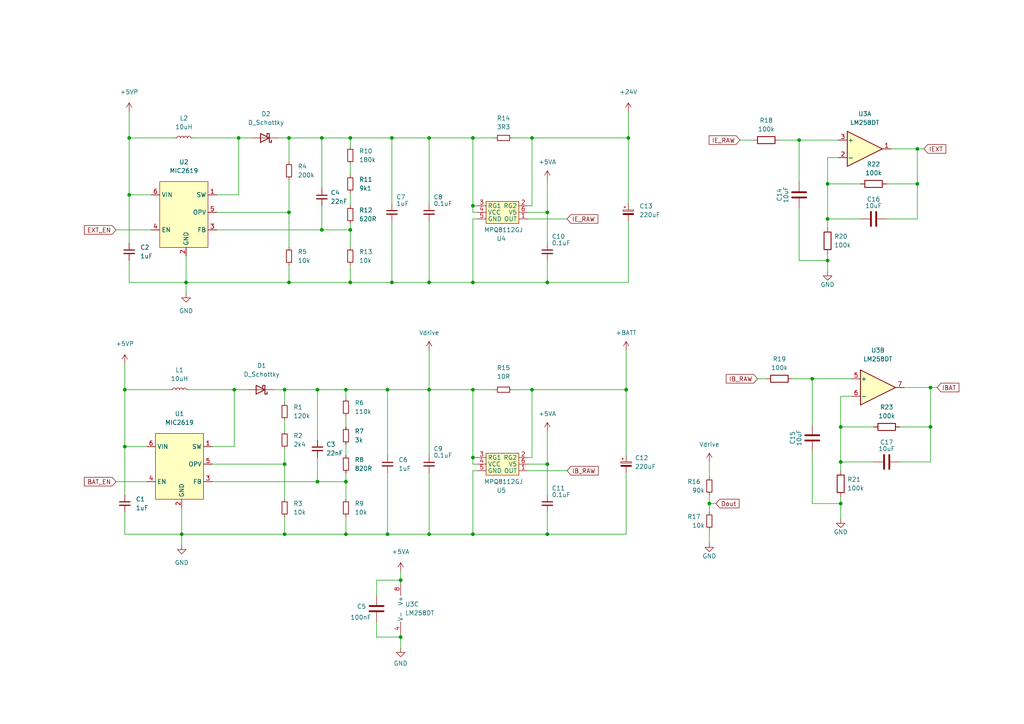
<source format=kicad_sch>
(kicad_sch (version 20211123) (generator eeschema)
  (paper "A4")
  (lib_symbols
    (symbol "Amplifier_Operational:LM2904" (pin_names (offset 0.127))
      (property "Reference" "U" (at 0 5.08 0))
      (property "Value" "LM2904" (at 0 -5.08 0))
      (symbol "LM2904_1_1"
        (polyline (pts (xy -5.08 5.08) (xy 5.08 0) (xy -5.08 -5.08) (xy -5.08 5.08)) (stroke (width 0.254)) (fill (type background)))
        (pin output line (at 7.62 0 180) (length 2.54) (name "~") (number "1"))
        (pin input line (at -7.62 -2.54 0) (length 2.54) (name "-") (number "2"))
        (pin input line (at -7.62 2.54 0) (length 2.54) (name "+") (number "3"))
      )
      (symbol "LM2904_2_1"
        (polyline (pts (xy -5.08 5.08) (xy 5.08 0) (xy -5.08 -5.08) (xy -5.08 5.08)) (stroke (width 0.254)) (fill (type background)))
        (pin input line (at -7.62 2.54 0) (length 2.54) (name "+") (number "5"))
        (pin input line (at -7.62 -2.54 0) (length 2.54) (name "-") (number "6"))
        (pin output line (at 7.62 0 180) (length 2.54) (name "~") (number "7"))
      )
      (symbol "LM2904_3_1"
        (pin power_in line (at -2.54 -7.62 90) (length 3.81) (name "V-") (number "4"))
        (pin power_in line (at -2.54 7.62 270) (length 3.81) (name "V+") (number "8"))
      )
    )
    (symbol "Davids_symbols:MIC2619"
      (property "Reference" "U" (at -6.35 -1.27 0))
      (property "Value" "MIC2619" (at -1.27 20.32 0))
      (symbol "MIC2619_0_1"
        (rectangle (start -7.62 19.05) (end 6.35 0) (fill (type background)))
      )
      (symbol "MIC2619_1_1"
        (pin input line (at 8.89 15.24 180) (length 2.54) (name "SW") (number "1"))
        (pin input line (at 0 -2.54 90) (length 2.54) (name "GND") (number "2"))
        (pin input line (at 8.89 5.08 180) (length 2.54) (name "FB") (number "3"))
        (pin input line (at -10.16 5.08 0) (length 2.54) (name "EN") (number "4"))
        (pin input line (at 8.89 10.16 180) (length 2.54) (name "OPV") (number "5"))
        (pin input line (at -10.16 15.24 0) (length 2.54) (name "VIN") (number "6"))
      )
    )
    (symbol "Device:C" (pin_numbers hide) (pin_names (offset 0.254))
      (property "Reference" "C" (at 0.635 2.54 0))
      (property "Value" "C" (at 0.635 -2.54 0))
      (symbol "C_0_1"
        (polyline (pts (xy -2.032 -0.762) (xy 2.032 -0.762)) (stroke (width 0.508)))
        (polyline (pts (xy -2.032 0.762) (xy 2.032 0.762)) (stroke (width 0.508)))
      )
      (symbol "C_1_1"
        (pin passive line (at 0 3.81 270) (length 2.794) (name "~") (number "1"))
        (pin passive line (at 0 -3.81 90) (length 2.794) (name "~") (number "2"))
      )
    )
    (symbol "Device:C_Polarized_Small" (pin_numbers hide) (pin_names (offset 0.254) hide)
      (property "Reference" "C" (at 0.254 1.778 0))
      (property "Value" "C_Polarized_Small" (at 0.254 -2.032 0))
      (symbol "C_Polarized_Small_0_1"
        (rectangle (start -1.524 -0.3048) (end 1.524 -0.6858) (fill (type outline)))
        (rectangle (start -1.524 0.6858) (end 1.524 0.3048))
        (polyline (pts (xy -1.27 1.524) (xy -0.762 1.524)))
        (polyline (pts (xy -1.016 1.27) (xy -1.016 1.778)))
      )
      (symbol "C_Polarized_Small_1_1"
        (pin passive line (at 0 2.54 270) (length 1.8542) (name "~") (number "1"))
        (pin passive line (at 0 -2.54 90) (length 1.8542) (name "~") (number "2"))
      )
    )
    (symbol "Device:C_Small" (pin_numbers hide) (pin_names (offset 0.254) hide)
      (property "Reference" "C" (at 0.254 1.778 0))
      (property "Value" "C_Small" (at 0.254 -2.032 0))
      (symbol "C_Small_0_1"
        (polyline (pts (xy -1.524 -0.508) (xy 1.524 -0.508)) (stroke (width 0.3302)))
        (polyline (pts (xy -1.524 0.508) (xy 1.524 0.508)) (stroke (width 0.3048)))
      )
      (symbol "C_Small_1_1"
        (pin passive line (at 0 2.54 270) (length 2.032) (name "~") (number "1"))
        (pin passive line (at 0 -2.54 90) (length 2.032) (name "~") (number "2"))
      )
    )
    (symbol "Device:D_Schottky" (pin_numbers hide) (pin_names (offset 1.016) hide)
      (property "Reference" "D" (at 0 2.54 0))
      (property "Value" "D_Schottky" (at 0 -2.54 0))
      (symbol "D_Schottky_0_1"
        (polyline (pts (xy 1.27 0) (xy -1.27 0)))
        (polyline (pts (xy 1.27 1.27) (xy 1.27 -1.27) (xy -1.27 0) (xy 1.27 1.27)) (stroke (width 0.254)))
        (polyline (pts (xy -1.905 0.635) (xy -1.905 1.27) (xy -1.27 1.27) (xy -1.27 -1.27) (xy -0.635 -1.27) (xy -0.635 -0.635)) (stroke (width 0.254)))
      )
      (symbol "D_Schottky_1_1"
        (pin passive line (at -3.81 0 0) (length 2.54) (name "K") (number "1"))
        (pin passive line (at 3.81 0 180) (length 2.54) (name "A") (number "2"))
      )
    )
    (symbol "Device:L_Small" (pin_numbers hide) (pin_names (offset 0.254) hide)
      (property "Reference" "L" (at 0.762 1.016 0))
      (property "Value" "L_Small" (at 0.762 -1.016 0))
      (symbol "L_Small_0_1"
        (arc (start 0 -2.032) (mid 0.508 -1.524) (end 0 -1.016))
        (arc (start 0 -1.016) (mid 0.508 -0.508) (end 0 0))
        (arc (start 0 0) (mid 0.508 0.508) (end 0 1.016))
        (arc (start 0 1.016) (mid 0.508 1.524) (end 0 2.032))
      )
      (symbol "L_Small_1_1"
        (pin passive line (at 0 2.54 270) (length 0.508) (name "~") (number "1"))
        (pin passive line (at 0 -2.54 90) (length 0.508) (name "~") (number "2"))
      )
    )
    (symbol "Device:R" (pin_numbers hide) (pin_names (offset 0))
      (property "Reference" "R" (at 2.032 0 90))
      (property "Value" "R" (at 0 0 90))
      (symbol "R_0_1"
        (rectangle (start -1.016 -2.54) (end 1.016 2.54) (stroke (width 0.254)))
      )
      (symbol "R_1_1"
        (pin passive line (at 0 3.81 270) (length 1.27) (name "~") (number "1"))
        (pin passive line (at 0 -3.81 90) (length 1.27) (name "~") (number "2"))
      )
    )
    (symbol "Device:R_Small" (pin_numbers hide) (pin_names (offset 0.254) hide)
      (property "Reference" "R" (at 0.762 0.508 0))
      (property "Value" "R_Small" (at 0.762 -1.016 0))
      (symbol "R_Small_0_1"
        (rectangle (start -0.762 1.778) (end 0.762 -1.778) (stroke (width 0.2032)))
      )
      (symbol "R_Small_1_1"
        (pin passive line (at 0 2.54 270) (length 0.762) (name "~") (number "1"))
        (pin passive line (at 0 -2.54 90) (length 0.762) (name "~") (number "2"))
      )
    )
    (symbol "Transus_David:MPQ8112GJ"
      (property "Reference" "U" (at -3.175 -4.445 0))
      (property "Value" "MPQ8112GJ" (at 0 4.445 0))
      (symbol "MPQ8112GJ_0_1"
        (rectangle (start -4.445 3.175) (end 5.08 -3.175) (fill (type background)))
      )
      (symbol "MPQ8112GJ_1_1"
        (pin input line (at 7.62 -1.905 180) (length 2.54) (name "OUT") (number "1"))
        (pin input line (at 7.62 1.905 180) (length 2.54) (name "RG2") (number "2"))
        (pin input line (at -6.985 1.905 0) (length 2.54) (name "RG1") (number "3"))
        (pin input line (at -6.985 0 0) (length 2.54) (name "VCC") (number "4"))
        (pin input line (at -6.985 -1.905 0) (length 2.54) (name "GND") (number "5"))
        (pin input line (at 7.62 0 180) (length 2.54) (name "V5") (number "6"))
      )
    )
    (symbol "power:+24V" (power) (pin_names (offset 0))
      (property "Value" "+24V" (at 0 3.556 0))
      (symbol "+24V_0_1"
        (polyline (pts (xy -0.762 1.27) (xy 0 2.54)))
        (polyline (pts (xy 0 0) (xy 0 2.54)))
        (polyline (pts (xy 0 2.54) (xy 0.762 1.27)))
      )
      (symbol "+24V_1_1"
        (pin power_in line (at 0 0 90) (length 0) hide (name "+24V") (number "1"))
      )
    )
    (symbol "power:+5VA" (power) (pin_names (offset 0))
      (property "Value" "+5VA" (at 0 3.556 0))
      (symbol "+5VA_0_1"
        (polyline (pts (xy -0.762 1.27) (xy 0 2.54)))
        (polyline (pts (xy 0 0) (xy 0 2.54)))
        (polyline (pts (xy 0 2.54) (xy 0.762 1.27)))
      )
      (symbol "+5VA_1_1"
        (pin power_in line (at 0 0 90) (length 0) hide (name "+5VA") (number "1"))
      )
    )
    (symbol "power:+5VP" (power) (pin_names (offset 0))
      (property "Value" "+5VP" (at 0 3.556 0))
      (symbol "+5VP_0_1"
        (polyline (pts (xy -0.762 1.27) (xy 0 2.54)))
        (polyline (pts (xy 0 0) (xy 0 2.54)))
        (polyline (pts (xy 0 2.54) (xy 0.762 1.27)))
      )
      (symbol "+5VP_1_1"
        (pin power_in line (at 0 0 90) (length 0) hide (name "+5VP") (number "1"))
      )
    )
    (symbol "power:+BATT" (power) (pin_names (offset 0))
      (property "Value" "+BATT" (at 0 3.556 0))
      (symbol "+BATT_0_1"
        (polyline (pts (xy -0.762 1.27) (xy 0 2.54)))
        (polyline (pts (xy 0 0) (xy 0 2.54)))
        (polyline (pts (xy 0 2.54) (xy 0.762 1.27)))
      )
      (symbol "+BATT_1_1"
        (pin power_in line (at 0 0 90) (length 0) hide (name "+BATT") (number "1"))
      )
    )
    (symbol "power:GND" (power) (pin_names (offset 0))
      (property "Value" "GND" (at 0 -3.81 0))
      (symbol "GND_0_1"
        (polyline (pts (xy 0 0) (xy 0 -1.27) (xy 1.27 -1.27) (xy 0 -2.54) (xy -1.27 -1.27) (xy 0 -1.27)))
      )
      (symbol "GND_1_1"
        (pin power_in line (at 0 0 270) (length 0) hide (name "GND") (number "1"))
      )
    )
    (symbol "power:Vdrive" (power) (pin_names (offset 0))
      (property "Value" "Vdrive" (at 0 3.81 0))
      (symbol "Vdrive_0_1"
        (polyline (pts (xy -0.762 1.27) (xy 0 2.54)))
        (polyline (pts (xy 0 0) (xy 0 2.54)))
        (polyline (pts (xy 0 2.54) (xy 0.762 1.27)))
      )
      (symbol "Vdrive_1_1"
        (pin power_in line (at 0 0 90) (length 0) hide (name "Vdrive") (number "1"))
      )
    )
  )
  (junction (at 112.395 154.94))
  (junction (at 269.875 112.395))
  (junction (at 82.55 134.62))
  (junction (at 83.82 40.005))
  (junction (at 92.075 113.03))
  (junction (at 243.84 123.825))
  (junction (at 124.46 113.03))
  (junction (at 83.82 61.595))
  (junction (at 243.84 146.05))
  (junction (at 240.03 63.5))
  (junction (at 100.33 139.7))
  (junction (at 137.16 59.69))
  (junction (at 124.46 154.94))
  (junction (at 92.075 139.7))
  (junction (at 182.245 40.005))
  (junction (at 235.585 109.855))
  (junction (at 101.6 40.005))
  (junction (at 82.55 154.94))
  (junction (at 52.705 154.94))
  (junction (at 113.665 40.005))
  (junction (at 243.84 133.985))
  (junction (at 67.945 113.03))
  (junction (at 154.305 40.005))
  (junction (at 37.465 40.005))
  (junction (at 100.33 113.03))
  (junction (at 137.16 81.915))
  (junction (at 158.75 81.915))
  (junction (at 83.82 81.915))
  (junction (at 112.395 113.03))
  (junction (at 69.215 40.005))
  (junction (at 137.16 132.715))
  (junction (at 269.875 123.825))
  (junction (at 158.75 134.62))
  (junction (at 101.6 81.915))
  (junction (at 36.195 129.54))
  (junction (at 36.195 113.03))
  (junction (at 37.465 56.515))
  (junction (at 53.975 81.915))
  (junction (at 158.75 154.94))
  (junction (at 137.16 113.03))
  (junction (at 240.03 75.565))
  (junction (at 240.03 53.34))
  (junction (at 154.305 113.03))
  (junction (at 205.74 146.05))
  (junction (at 181.61 113.03))
  (junction (at 113.665 81.915))
  (junction (at 93.345 66.675))
  (junction (at 137.16 154.94))
  (junction (at 100.33 154.94))
  (junction (at 116.205 184.785))
  (junction (at 82.55 113.03))
  (junction (at 101.6 66.675))
  (junction (at 158.75 61.595))
  (junction (at 266.065 53.34))
  (junction (at 116.205 168.275))
  (junction (at 266.065 43.18))
  (junction (at 124.46 81.915))
  (junction (at 137.16 40.005))
  (junction (at 124.46 40.005))
  (junction (at 93.345 40.005))
  (junction (at 231.775 40.64))
  (wire (pts (xy 243.84 133.985) (xy 243.84 136.525)))
  (wire (pts (xy 100.33 120.65) (xy 100.33 123.825)))
  (wire (pts (xy 137.16 132.715) (xy 138.43 132.715)))
  (wire (pts (xy 79.375 113.03) (xy 82.55 113.03)))
  (wire (pts (xy 158.75 75.565) (xy 158.75 81.915)))
  (wire (pts (xy 109.22 180.34) (xy 109.22 184.785)))
  (wire (pts (xy 100.33 113.03) (xy 112.395 113.03)))
  (wire (pts (xy 112.395 113.03) (xy 112.395 132.08)))
  (wire (pts (xy 158.75 81.915) (xy 137.16 81.915)))
  (wire (pts (xy 153.035 134.62) (xy 158.75 134.62)))
  (wire (pts (xy 52.705 147.32) (xy 52.705 154.94)))
  (wire (pts (xy 37.465 32.385) (xy 37.465 40.005)))
  (wire (pts (xy 101.6 66.675) (xy 101.6 71.755)))
  (wire (pts (xy 36.195 154.94) (xy 52.705 154.94)))
  (wire (pts (xy 82.55 113.03) (xy 92.075 113.03)))
  (wire (pts (xy 158.75 148.59) (xy 158.75 154.94)))
  (wire (pts (xy 112.395 154.94) (xy 124.46 154.94)))
  (wire (pts (xy 116.205 184.785) (xy 116.205 187.96)))
  (wire (pts (xy 113.665 40.005) (xy 124.46 40.005)))
  (wire (pts (xy 137.16 63.5) (xy 137.16 81.915)))
  (wire (pts (xy 249.555 53.34) (xy 240.03 53.34)))
  (wire (pts (xy 229.87 109.855) (xy 235.585 109.855)))
  (wire (pts (xy 101.6 76.835) (xy 101.6 81.915)))
  (wire (pts (xy 240.03 45.72) (xy 240.03 53.34)))
  (wire (pts (xy 138.43 136.525) (xy 137.16 136.525)))
  (wire (pts (xy 235.585 146.05) (xy 243.84 146.05)))
  (wire (pts (xy 257.175 53.34) (xy 266.065 53.34)))
  (wire (pts (xy 235.585 109.855) (xy 247.015 109.855)))
  (wire (pts (xy 67.945 113.03) (xy 71.755 113.03)))
  (wire (pts (xy 137.16 59.69) (xy 138.43 59.69)))
  (wire (pts (xy 112.395 113.03) (xy 124.46 113.03)))
  (wire (pts (xy 36.195 105.41) (xy 36.195 113.03)))
  (wire (pts (xy 92.075 113.03) (xy 92.075 127.635)))
  (wire (pts (xy 257.175 63.5) (xy 266.065 63.5)))
  (wire (pts (xy 109.22 184.785) (xy 116.205 184.785)))
  (wire (pts (xy 113.665 81.915) (xy 101.6 81.915)))
  (wire (pts (xy 266.065 43.18) (xy 267.97 43.18)))
  (wire (pts (xy 249.555 63.5) (xy 240.03 63.5)))
  (wire (pts (xy 92.075 139.7) (xy 100.33 139.7)))
  (wire (pts (xy 154.305 132.715) (xy 154.305 113.03)))
  (wire (pts (xy 269.875 112.395) (xy 271.78 112.395)))
  (wire (pts (xy 52.705 154.94) (xy 52.705 158.115)))
  (wire (pts (xy 82.55 121.92) (xy 82.55 125.095)))
  (wire (pts (xy 182.245 40.005) (xy 154.305 40.005)))
  (wire (pts (xy 113.665 40.005) (xy 113.665 59.055)))
  (wire (pts (xy 269.875 133.985) (xy 269.875 123.825)))
  (wire (pts (xy 138.43 63.5) (xy 137.16 63.5)))
  (wire (pts (xy 82.55 113.03) (xy 82.55 116.84)))
  (wire (pts (xy 83.82 76.835) (xy 83.82 81.915)))
  (wire (pts (xy 182.245 81.915) (xy 158.75 81.915)))
  (wire (pts (xy 158.75 61.595) (xy 158.75 70.485)))
  (wire (pts (xy 100.33 137.16) (xy 100.33 139.7)))
  (wire (pts (xy 100.33 113.03) (xy 100.33 115.57)))
  (wire (pts (xy 153.035 132.715) (xy 154.305 132.715)))
  (wire (pts (xy 243.84 146.05) (xy 243.84 150.495)))
  (wire (pts (xy 269.875 112.395) (xy 269.875 123.825)))
  (wire (pts (xy 37.465 40.005) (xy 37.465 56.515)))
  (wire (pts (xy 240.03 75.565) (xy 240.03 78.74)))
  (wire (pts (xy 205.74 153.67) (xy 205.74 157.48)))
  (wire (pts (xy 83.82 81.915) (xy 53.975 81.915)))
  (wire (pts (xy 61.595 134.62) (xy 82.55 134.62)))
  (wire (pts (xy 124.46 81.915) (xy 124.46 64.135)))
  (wire (pts (xy 153.035 63.5) (xy 164.465 63.5)))
  (wire (pts (xy 137.16 40.005) (xy 137.16 59.69)))
  (wire (pts (xy 137.16 134.62) (xy 137.16 132.715)))
  (wire (pts (xy 36.195 113.03) (xy 36.195 129.54)))
  (wire (pts (xy 37.465 75.565) (xy 37.465 81.915)))
  (wire (pts (xy 158.75 61.595) (xy 158.75 52.07)))
  (wire (pts (xy 53.975 81.915) (xy 53.975 85.09)))
  (wire (pts (xy 112.395 154.94) (xy 100.33 154.94)))
  (wire (pts (xy 37.465 81.915) (xy 53.975 81.915)))
  (wire (pts (xy 137.16 61.595) (xy 137.16 59.69)))
  (wire (pts (xy 137.16 40.005) (xy 143.51 40.005)))
  (wire (pts (xy 153.035 61.595) (xy 158.75 61.595)))
  (wire (pts (xy 154.305 59.69) (xy 154.305 40.005)))
  (wire (pts (xy 113.665 81.915) (xy 124.46 81.915)))
  (wire (pts (xy 235.585 109.855) (xy 235.585 123.19)))
  (wire (pts (xy 83.82 40.005) (xy 93.345 40.005)))
  (wire (pts (xy 158.75 134.62) (xy 158.75 125.095)))
  (wire (pts (xy 33.655 139.7) (xy 42.545 139.7)))
  (wire (pts (xy 182.245 64.135) (xy 182.245 81.915)))
  (wire (pts (xy 153.035 59.69) (xy 154.305 59.69)))
  (wire (pts (xy 266.065 43.18) (xy 258.445 43.18)))
  (wire (pts (xy 181.61 113.03) (xy 181.61 132.08)))
  (wire (pts (xy 36.195 113.03) (xy 49.53 113.03)))
  (wire (pts (xy 214.63 40.64) (xy 218.44 40.64)))
  (wire (pts (xy 240.03 53.34) (xy 240.03 63.5)))
  (wire (pts (xy 205.74 146.05) (xy 205.74 148.59)))
  (wire (pts (xy 205.74 146.05) (xy 207.645 146.05)))
  (wire (pts (xy 36.195 129.54) (xy 36.195 143.51)))
  (wire (pts (xy 62.865 56.515) (xy 69.215 56.515)))
  (wire (pts (xy 240.03 63.5) (xy 240.03 66.04)))
  (wire (pts (xy 240.03 45.72) (xy 243.205 45.72)))
  (wire (pts (xy 137.16 113.03) (xy 143.51 113.03)))
  (wire (pts (xy 260.985 133.985) (xy 269.875 133.985)))
  (wire (pts (xy 83.82 61.595) (xy 83.82 71.755)))
  (wire (pts (xy 253.365 133.985) (xy 243.84 133.985)))
  (wire (pts (xy 93.345 40.005) (xy 93.345 54.61)))
  (wire (pts (xy 124.46 101.6) (xy 124.46 113.03)))
  (wire (pts (xy 124.46 40.005) (xy 124.46 59.055)))
  (wire (pts (xy 137.16 136.525) (xy 137.16 154.94)))
  (wire (pts (xy 253.365 123.825) (xy 243.84 123.825)))
  (wire (pts (xy 69.215 40.005) (xy 73.025 40.005)))
  (wire (pts (xy 243.84 123.825) (xy 243.84 133.985)))
  (wire (pts (xy 137.16 113.03) (xy 137.16 132.715)))
  (wire (pts (xy 62.865 66.675) (xy 93.345 66.675)))
  (wire (pts (xy 231.775 60.325) (xy 231.775 75.565)))
  (wire (pts (xy 101.6 47.625) (xy 101.6 50.8)))
  (wire (pts (xy 205.74 133.985) (xy 205.74 138.43)))
  (wire (pts (xy 109.22 172.72) (xy 109.22 168.275)))
  (wire (pts (xy 116.205 168.275) (xy 116.205 168.91)))
  (wire (pts (xy 116.205 165.735) (xy 116.205 168.275)))
  (wire (pts (xy 240.03 73.66) (xy 240.03 75.565)))
  (wire (pts (xy 153.035 136.525) (xy 164.465 136.525)))
  (wire (pts (xy 69.215 56.515) (xy 69.215 40.005)))
  (wire (pts (xy 116.205 184.15) (xy 116.205 184.785)))
  (wire (pts (xy 101.6 40.005) (xy 93.345 40.005)))
  (wire (pts (xy 37.465 40.005) (xy 50.8 40.005)))
  (wire (pts (xy 219.71 109.855) (xy 222.25 109.855)))
  (wire (pts (xy 182.245 59.055) (xy 182.245 40.005)))
  (wire (pts (xy 182.245 32.385) (xy 182.245 40.005)))
  (wire (pts (xy 100.33 149.86) (xy 100.33 154.94)))
  (wire (pts (xy 62.865 61.595) (xy 83.82 61.595)))
  (wire (pts (xy 124.46 154.94) (xy 124.46 137.16)))
  (wire (pts (xy 137.16 81.915) (xy 124.46 81.915)))
  (wire (pts (xy 113.665 64.135) (xy 113.665 81.915)))
  (wire (pts (xy 101.6 64.77) (xy 101.6 66.675)))
  (wire (pts (xy 112.395 137.16) (xy 112.395 154.94)))
  (wire (pts (xy 231.775 40.64) (xy 243.205 40.64)))
  (wire (pts (xy 243.84 114.935) (xy 243.84 123.825)))
  (wire (pts (xy 137.16 154.94) (xy 124.46 154.94)))
  (wire (pts (xy 148.59 113.03) (xy 154.305 113.03)))
  (wire (pts (xy 262.255 112.395) (xy 269.875 112.395)))
  (wire (pts (xy 158.75 154.94) (xy 137.16 154.94)))
  (wire (pts (xy 101.6 42.545) (xy 101.6 40.005)))
  (wire (pts (xy 37.465 56.515) (xy 43.815 56.515)))
  (wire (pts (xy 247.015 114.935) (xy 243.84 114.935)))
  (wire (pts (xy 235.585 130.81) (xy 235.585 146.05)))
  (wire (pts (xy 124.46 113.03) (xy 137.16 113.03)))
  (wire (pts (xy 82.55 154.94) (xy 52.705 154.94)))
  (wire (pts (xy 92.075 113.03) (xy 100.33 113.03)))
  (wire (pts (xy 67.945 129.54) (xy 67.945 113.03)))
  (wire (pts (xy 82.55 130.175) (xy 82.55 134.62)))
  (wire (pts (xy 61.595 139.7) (xy 92.075 139.7)))
  (wire (pts (xy 36.195 148.59) (xy 36.195 154.94)))
  (wire (pts (xy 138.43 134.62) (xy 137.16 134.62)))
  (wire (pts (xy 243.84 144.145) (xy 243.84 146.05)))
  (wire (pts (xy 37.465 56.515) (xy 37.465 70.485)))
  (wire (pts (xy 109.22 168.275) (xy 116.205 168.275)))
  (wire (pts (xy 266.065 63.5) (xy 266.065 53.34)))
  (wire (pts (xy 181.61 137.16) (xy 181.61 154.94)))
  (wire (pts (xy 54.61 113.03) (xy 67.945 113.03)))
  (wire (pts (xy 80.645 40.005) (xy 83.82 40.005)))
  (wire (pts (xy 36.195 129.54) (xy 42.545 129.54)))
  (wire (pts (xy 113.665 40.005) (xy 101.6 40.005)))
  (wire (pts (xy 266.065 53.34) (xy 266.065 43.18)))
  (wire (pts (xy 231.775 40.64) (xy 231.775 52.705)))
  (wire (pts (xy 138.43 61.595) (xy 137.16 61.595)))
  (wire (pts (xy 93.345 66.675) (xy 101.6 66.675)))
  (wire (pts (xy 158.75 134.62) (xy 158.75 143.51)))
  (wire (pts (xy 154.305 113.03) (xy 181.61 113.03)))
  (wire (pts (xy 226.06 40.64) (xy 231.775 40.64)))
  (wire (pts (xy 124.46 113.03) (xy 124.46 132.08)))
  (wire (pts (xy 92.075 132.715) (xy 92.075 139.7)))
  (wire (pts (xy 33.655 66.675) (xy 43.815 66.675)))
  (wire (pts (xy 181.61 154.94) (xy 158.75 154.94)))
  (wire (pts (xy 83.82 40.005) (xy 83.82 46.99)))
  (wire (pts (xy 260.985 123.825) (xy 269.875 123.825)))
  (wire (pts (xy 93.345 59.69) (xy 93.345 66.675)))
  (wire (pts (xy 124.46 40.005) (xy 137.16 40.005)))
  (wire (pts (xy 53.975 74.295) (xy 53.975 81.915)))
  (wire (pts (xy 61.595 129.54) (xy 67.945 129.54)))
  (wire (pts (xy 181.61 101.6) (xy 181.61 113.03)))
  (wire (pts (xy 55.88 40.005) (xy 69.215 40.005)))
  (wire (pts (xy 82.55 134.62) (xy 82.55 144.78)))
  (wire (pts (xy 205.74 143.51) (xy 205.74 146.05)))
  (wire (pts (xy 100.33 128.905) (xy 100.33 132.08)))
  (wire (pts (xy 101.6 55.88) (xy 101.6 59.69)))
  (wire (pts (xy 100.33 154.94) (xy 82.55 154.94)))
  (wire (pts (xy 83.82 52.07) (xy 83.82 61.595)))
  (wire (pts (xy 148.59 40.005) (xy 154.305 40.005)))
  (wire (pts (xy 101.6 81.915) (xy 83.82 81.915)))
  (wire (pts (xy 231.775 75.565) (xy 240.03 75.565)))
  (wire (pts (xy 82.55 149.86) (xy 82.55 154.94)))
  (wire (pts (xy 100.33 139.7) (xy 100.33 144.78)))
  (global_label "IB_RAW" (shape input) (at 164.465 136.525 0) (property "Intersheet References" "${INTERSHEET_REFS}" (effects hide)))
  (global_label "Dout" (shape input) (at 207.645 146.05 0) (property "Intersheet References" "${INTERSHEET_REFS}" (effects hide)))
  (global_label "BAT_EN" (shape input) (at 33.655 139.7 180) (property "Intersheet References" "${INTERSHEET_REFS}" (effects hide)))
  (global_label "IE_RAW" (shape input) (at 214.63 40.64 180) (property "Intersheet References" "${INTERSHEET_REFS}" (effects hide)))
  (global_label "IB_RAW" (shape input) (at 219.71 109.855 180) (property "Intersheet References" "${INTERSHEET_REFS}" (effects hide)))
  (global_label "IBAT" (shape input) (at 271.78 112.395 0) (property "Intersheet References" "${INTERSHEET_REFS}" (effects hide)))
  (global_label "IE_RAW" (shape input) (at 164.465 63.5 0) (property "Intersheet References" "${INTERSHEET_REFS}" (effects hide)))
  (global_label "EXT_EN" (shape input) (at 33.655 66.675 180) (property "Intersheet References" "${INTERSHEET_REFS}" (effects hide)))
  (global_label "IEXT" (shape input) (at 267.97 43.18 0) (property "Intersheet References" "${INTERSHEET_REFS}" (effects hide)))
  (symbol (lib_id "Device:R_Small") (at 205.74 151.13 0) (unit 1)
    (property "Reference" "R17" (at 201.295 149.86 0))
    (property "Value" "10k" (at 202.565 152.4 0))
    (property "Footprint" "Resistor_SMD:R_0805_2012Metric_Pad1.20x1.40mm_HandSolder" (effects hide))
  )
  (symbol (lib_id "power:GND") (at 116.205 187.96 0) (unit 1)
    (property "Reference" "#PWR0105" (effects hide))
    (property "Value" "GND" (at 116.205 192.405 0))
  )
  (symbol (lib_id "power:GND") (at 52.705 158.115 0) (unit 1)
    (property "Reference" "#PWR0104" (effects hide))
    (property "Value" "GND" (at 52.705 163.195 0))
  )
  (symbol (lib_id "Device:R") (at 243.84 140.335 180) (unit 1)
    (property "Reference" "R21" (at 245.745 139.0649 0) (effects (justify right)))
    (property "Value" "100k" (at 245.745 141.6049 0) (effects (justify right)))
    (property "Footprint" "Resistor_SMD:R_0805_2012Metric_Pad1.20x1.40mm_HandSolder" (effects hide))
  )
  (symbol (lib_id "Amplifier_Operational:LM2904") (at 250.825 43.18 0) (unit 1)
    (property "Reference" "U3" (at 250.825 33.02 0))
    (property "Value" "LM258DT" (at 250.825 35.56 0))
    (property "Footprint" "Package_SO:SO-8_5.3x6.2mm_P1.27mm" (effects hide))
    (property "Datasheet" "http://www.ti.com/lit/ds/symlink/lm358.pdf" (effects hide))
    (property "Farnell" "2382607" (effects hide))
  )
  (symbol (lib_id "Device:C_Small") (at 124.46 61.595 0) (unit 1)
    (property "Reference" "C8" (at 125.73 57.15 0) (effects (justify left)))
    (property "Value" "0.1uF" (at 125.73 59.055 0) (effects (justify left)))
    (property "Footprint" "Capacitor_SMD:C_0805_2012Metric_Pad1.18x1.45mm_HandSolder" (effects hide))
  )
  (symbol (lib_id "Device:R_Small") (at 100.33 118.11 0) (unit 1)
    (property "Reference" "R6" (at 102.87 116.8399 0) (effects (justify left)))
    (property "Value" "110k" (at 102.87 119.3799 0) (effects (justify left)))
    (property "Footprint" "Resistor_SMD:R_0805_2012Metric_Pad1.20x1.40mm_HandSolder" (effects hide))
  )
  (symbol (lib_id "Device:D_Schottky") (at 75.565 113.03 180) (unit 1)
    (property "Reference" "D1" (at 75.8825 106.045 0))
    (property "Value" "D_Schottky" (at 75.8825 108.585 0))
    (property "Footprint" "Diode_SMD:D_SOD-323" (effects hide))
    (property "Farnell" "1467544" (effects hide))
  )
  (symbol (lib_id "Device:C") (at 231.775 56.515 180) (unit 1)
    (property "Reference" "C14" (at 226.06 56.515 90))
    (property "Value" "10uF" (at 227.965 56.515 90))
    (property "Footprint" "Capacitor_SMD:C_0805_2012Metric_Pad1.18x1.45mm_HandSolder" (effects hide))
    (property "FARNELL" "2611936" (effects hide))
  )
  (symbol (lib_id "Device:R_Small") (at 83.82 49.53 0) (unit 1)
    (property "Reference" "R4" (at 86.36 48.2599 0) (effects (justify left)))
    (property "Value" "200k" (at 86.36 50.7999 0) (effects (justify left)))
    (property "Footprint" "Resistor_SMD:R_0805_2012Metric_Pad1.20x1.40mm_HandSolder" (effects hide))
  )
  (symbol (lib_id "power:GND") (at 205.74 157.48 0) (unit 1)
    (property "Reference" "#PWR0145" (effects hide))
    (property "Value" "GND" (at 205.74 161.29 0))
  )
  (symbol (lib_id "Device:L_Small") (at 53.34 40.005 90) (unit 1)
    (property "Reference" "L2" (at 53.34 34.29 90))
    (property "Value" "10uH" (at 53.34 36.83 90))
    (property "Footprint" "David_packages:10uH_boost" (effects hide))
    (property "Farnell" "3865054" (effects hide))
  )
  (symbol (lib_id "power:+5VP") (at 37.465 32.385 0) (unit 1)
    (property "Reference" "#PWR0103" (effects hide))
    (property "Value" "+5VP" (at 37.465 26.67 0))
  )
  (symbol (lib_id "Device:C_Small") (at 93.345 57.15 0) (unit 1)
    (property "Reference" "C4" (at 95.885 55.8862 0) (effects (justify left)))
    (property "Value" "22nF" (at 95.885 58.4262 0) (effects (justify left)))
    (property "Footprint" "Capacitor_SMD:C_0805_2012Metric_Pad1.18x1.45mm_HandSolder" (effects hide))
  )
  (symbol (lib_id "Device:R_Small") (at 83.82 74.295 0) (unit 1)
    (property "Reference" "R5" (at 86.36 73.0249 0) (effects (justify left)))
    (property "Value" "10k" (at 86.36 75.5649 0) (effects (justify left)))
    (property "Footprint" "Resistor_SMD:R_0805_2012Metric_Pad1.20x1.40mm_HandSolder" (effects hide))
  )
  (symbol (lib_id "Device:C") (at 109.22 176.53 0) (unit 1)
    (property "Reference" "C5" (at 103.505 175.895 0) (effects (justify left)))
    (property "Value" "100nF" (at 101.6 179.07 0) (effects (justify left)))
    (property "Footprint" "Capacitor_SMD:C_0805_2012Metric_Pad1.18x1.45mm_HandSolder" (effects hide))
    (property "FARNELL" "2611936" (effects hide))
  )
  (symbol (lib_id "Device:R") (at 253.365 53.34 90) (unit 1)
    (property "Reference" "R22" (at 253.365 47.625 90))
    (property "Value" "100k" (at 253.365 50.165 90))
    (property "Footprint" "Resistor_SMD:R_0805_2012Metric_Pad1.20x1.40mm_HandSolder" (effects hide))
  )
  (symbol (lib_id "Device:L_Small") (at 52.07 113.03 90) (unit 1)
    (property "Reference" "L1" (at 52.07 107.315 90))
    (property "Value" "10uH" (at 52.07 109.855 90))
    (property "Footprint" "David_packages:10uH_boost" (effects hide))
    (property "Farnell" "3865054" (effects hide))
  )
  (symbol (lib_id "Device:R_Small") (at 205.74 140.97 0) (unit 1)
    (property "Reference" "R16" (at 201.295 139.7 0))
    (property "Value" "90k" (at 202.565 142.24 0))
    (property "Footprint" "Resistor_SMD:R_0805_2012Metric_Pad1.20x1.40mm_HandSolder" (effects hide))
  )
  (symbol (lib_id "power:+5VA") (at 158.75 52.07 0) (unit 1)
    (property "Reference" "#PWR0112" (effects hide))
    (property "Value" "+5VA" (at 158.75 46.99 0))
  )
  (symbol (lib_id "Device:C_Small") (at 158.75 146.05 0) (unit 1)
    (property "Reference" "C11" (at 160.02 141.605 0) (effects (justify left)))
    (property "Value" "0.1uF" (at 160.02 143.51 0) (effects (justify left)))
    (property "Footprint" "Capacitor_SMD:C_0805_2012Metric_Pad1.18x1.45mm_HandSolder" (effects hide))
  )
  (symbol (lib_id "Device:R_Small") (at 100.33 126.365 0) (unit 1)
    (property "Reference" "R7" (at 102.87 125.0949 0) (effects (justify left)))
    (property "Value" "3k" (at 102.87 127.6349 0) (effects (justify left)))
    (property "Footprint" "Resistor_SMD:R_0805_2012Metric_Pad1.20x1.40mm_HandSolder" (effects hide))
  )
  (symbol (lib_id "Device:R") (at 226.06 109.855 90) (unit 1)
    (property "Reference" "R19" (at 226.06 104.14 90))
    (property "Value" "100k" (at 226.06 106.68 90))
    (property "Footprint" "Resistor_SMD:R_0805_2012Metric_Pad1.20x1.40mm_HandSolder" (effects hide))
  )
  (symbol (lib_id "Device:R") (at 240.03 69.85 180) (unit 1)
    (property "Reference" "R20" (at 241.935 68.5799 0) (effects (justify right)))
    (property "Value" "100k" (at 241.935 71.1199 0) (effects (justify right)))
    (property "Footprint" "Resistor_SMD:R_0805_2012Metric_Pad1.20x1.40mm_HandSolder" (effects hide))
  )
  (symbol (lib_id "Device:C_Small") (at 37.465 73.025 0) (unit 1)
    (property "Reference" "C2" (at 40.64 71.7612 0) (effects (justify left)))
    (property "Value" "1uF" (at 40.64 74.3012 0) (effects (justify left)))
    (property "Footprint" "Capacitor_SMD:C_0805_2012Metric_Pad1.18x1.45mm_HandSolder" (effects hide))
    (property "Farnell" "2346944" (effects hide))
  )
  (symbol (lib_id "power:+5VA") (at 158.75 125.095 0) (unit 1)
    (property "Reference" "#PWR0113" (effects hide))
    (property "Value" "+5VA" (at 158.75 120.015 0))
  )
  (symbol (lib_id "power:Vdrive") (at 205.74 133.985 0) (unit 1)
    (property "Reference" "#PWR0110" (effects hide))
    (property "Value" "Vdrive" (at 205.74 128.905 0))
  )
  (symbol (lib_id "Device:C") (at 257.175 133.985 90) (unit 1)
    (property "Reference" "C17" (at 257.175 128.27 90))
    (property "Value" "10uF" (at 257.175 130.175 90))
    (property "Footprint" "Capacitor_SMD:C_0805_2012Metric_Pad1.18x1.45mm_HandSolder" (effects hide))
    (property "FARNELL" "2611936" (effects hide))
  )
  (symbol (lib_id "Device:C_Small") (at 124.46 134.62 0) (unit 1)
    (property "Reference" "C9" (at 125.73 130.175 0) (effects (justify left)))
    (property "Value" "0.1uF" (at 125.73 132.08 0) (effects (justify left)))
    (property "Footprint" "Capacitor_SMD:C_0805_2012Metric_Pad1.18x1.45mm_HandSolder" (effects hide))
  )
  (symbol (lib_id "Device:R_Small") (at 101.6 45.085 0) (unit 1)
    (property "Reference" "R10" (at 104.14 43.8149 0) (effects (justify left)))
    (property "Value" "180k" (at 104.14 46.3549 0) (effects (justify left)))
    (property "Footprint" "Resistor_SMD:R_0805_2012Metric_Pad1.20x1.40mm_HandSolder" (effects hide))
  )
  (symbol (lib_id "power:Vdrive") (at 124.46 101.6 0) (unit 1)
    (property "Reference" "#PWR0107" (effects hide))
    (property "Value" "Vdrive" (at 124.46 96.52 0))
  )
  (symbol (lib_id "Device:D_Schottky") (at 76.835 40.005 180) (unit 1)
    (property "Reference" "D2" (at 77.1525 33.02 0))
    (property "Value" "D_Schottky" (at 77.1525 35.56 0))
    (property "Footprint" "Diode_SMD:D_SOD-323" (effects hide))
    (property "Farnell" "1467544" (effects hide))
  )
  (symbol (lib_id "Device:C_Polarized_Small") (at 182.245 61.595 0) (unit 1)
    (property "Reference" "C13" (at 185.42 59.7788 0) (effects (justify left)))
    (property "Value" "220uF" (at 185.42 62.3188 0) (effects (justify left)))
    (property "Footprint" "Capacitor_SMD:CP_Elec_10x10" (effects hide))
    (property "Farnell" "2471976" (effects hide))
  )
  (symbol (lib_id "Device:R_Small") (at 82.55 147.32 0) (unit 1)
    (property "Reference" "R3" (at 85.09 146.0499 0) (effects (justify left)))
    (property "Value" "10k" (at 85.09 148.5899 0) (effects (justify left)))
    (property "Footprint" "Resistor_SMD:R_0805_2012Metric_Pad1.20x1.40mm_HandSolder" (effects hide))
  )
  (symbol (lib_id "power:+BATT") (at 181.61 101.6 0) (unit 1)
    (property "Reference" "#PWR0114" (effects hide))
    (property "Value" "+BATT" (at 181.61 96.52 0))
  )
  (symbol (lib_id "Device:R_Small") (at 100.33 147.32 0) (unit 1)
    (property "Reference" "R9" (at 102.87 146.0499 0) (effects (justify left)))
    (property "Value" "10k" (at 102.87 148.5899 0) (effects (justify left)))
    (property "Footprint" "Resistor_SMD:R_0805_2012Metric_Pad1.20x1.40mm_HandSolder" (effects hide))
  )
  (symbol (lib_id "power:+5VA") (at 116.205 165.735 0) (unit 1)
    (property "Reference" "#PWR0106" (effects hide))
    (property "Value" "+5VA" (at 116.205 160.02 0))
  )
  (symbol (lib_id "Device:R") (at 222.25 40.64 90) (unit 1)
    (property "Reference" "R18" (at 222.25 34.925 90))
    (property "Value" "100k" (at 222.25 37.465 90))
    (property "Footprint" "Resistor_SMD:R_0805_2012Metric_Pad1.20x1.40mm_HandSolder" (effects hide))
  )
  (symbol (lib_id "Device:C") (at 235.585 127 180) (unit 1)
    (property "Reference" "C15" (at 229.87 127 90))
    (property "Value" "10uF" (at 231.775 127 90))
    (property "Footprint" "Capacitor_SMD:C_0805_2012Metric_Pad1.18x1.45mm_HandSolder" (effects hide))
    (property "FARNELL" "2611936" (effects hide))
  )
  (symbol (lib_id "Device:R_Small") (at 146.05 40.005 90) (unit 1)
    (property "Reference" "R14" (at 146.05 34.29 90))
    (property "Value" "3R3" (at 146.05 36.83 90))
    (property "Footprint" "Resistor_SMD:R_0805_2012Metric_Pad1.20x1.40mm_HandSolder" (effects hide))
  )
  (symbol (lib_id "power:GND") (at 240.03 78.74 0) (unit 1)
    (property "Reference" "#PWR0108" (effects hide))
    (property "Value" "GND" (at 240.03 82.55 0))
  )
  (symbol (lib_id "Device:R") (at 257.175 123.825 90) (unit 1)
    (property "Reference" "R23" (at 257.175 118.11 90))
    (property "Value" "100k" (at 257.175 120.65 90))
    (property "Footprint" "Resistor_SMD:R_0805_2012Metric_Pad1.20x1.40mm_HandSolder" (effects hide))
  )
  (symbol (lib_id "Device:R_Small") (at 101.6 53.34 0) (unit 1)
    (property "Reference" "R11" (at 104.14 52.0699 0) (effects (justify left)))
    (property "Value" "9k1" (at 104.14 54.6099 0) (effects (justify left)))
    (property "Footprint" "Resistor_SMD:R_0805_2012Metric_Pad1.20x1.40mm_HandSolder" (effects hide))
  )
  (symbol (lib_id "power:GND") (at 53.975 85.09 0) (unit 1)
    (property "Reference" "#PWR0101" (effects hide))
    (property "Value" "GND" (at 53.975 90.17 0))
  )
  (symbol (lib_id "power:GND") (at 243.84 150.495 0) (unit 1)
    (property "Reference" "#PWR0109" (effects hide))
    (property "Value" "GND" (at 243.84 154.305 0))
  )
  (symbol (lib_id "Transus_David:MPQ8112GJ") (at 145.415 134.62 0) (unit 1)
    (property "Reference" "U5" (at 145.415 142.24 0))
    (property "Value" "MPQ8112GJ" (at 146.05 139.7 0))
    (property "Footprint" "Package_TO_SOT_SMD:SOT-23-6_Handsoldering" (effects hide))
    (property "Datasheet" "https://www.farnell.com/datasheets/3668031.pdf" (effects hide))
    (property "Farnell" "3922485" (effects hide))
  )
  (symbol (lib_id "Davids_symbols:MIC2619") (at 53.975 71.755 0) (unit 1)
    (property "Reference" "U2" (at 53.34 46.99 0))
    (property "Value" "MIC2619" (at 53.34 49.53 0))
    (property "Footprint" "David_packages:MIC2619YD6-TR" (effects hide))
    (property "Farnell" "2509963" (effects hide))
  )
  (symbol (lib_id "Device:C") (at 253.365 63.5 90) (unit 1)
    (property "Reference" "C16" (at 253.365 57.785 90))
    (property "Value" "10uF" (at 253.365 59.69 90))
    (property "Footprint" "Capacitor_SMD:C_0805_2012Metric_Pad1.18x1.45mm_HandSolder" (effects hide))
    (property "FARNELL" "2611936" (effects hide))
  )
  (symbol (lib_id "Device:R_Small") (at 101.6 62.23 0) (unit 1)
    (property "Reference" "R12" (at 104.14 60.9599 0) (effects (justify left)))
    (property "Value" "620R" (at 104.14 63.4999 0) (effects (justify left)))
    (property "Footprint" "Resistor_SMD:R_0805_2012Metric_Pad1.20x1.40mm_HandSolder" (effects hide))
  )
  (symbol (lib_id "Device:R_Small") (at 101.6 74.295 0) (unit 1)
    (property "Reference" "R13" (at 104.14 73.0249 0) (effects (justify left)))
    (property "Value" "10k" (at 104.14 75.5649 0) (effects (justify left)))
    (property "Footprint" "Resistor_SMD:R_0805_2012Metric_Pad1.20x1.40mm_HandSolder" (effects hide))
  )
  (symbol (lib_id "Amplifier_Operational:LM2904") (at 118.745 176.53 0) (unit 3)
    (property "Reference" "U3" (at 117.475 175.2599 0) (effects (justify left)))
    (property "Value" "LM258DT" (at 117.475 177.7999 0) (effects (justify left)))
    (property "Footprint" "Package_SO:SO-8_5.3x6.2mm_P1.27mm" (effects hide))
    (property "Datasheet" "http://www.ti.com/lit/ds/symlink/lm358.pdf" (effects hide))
    (property "FARNELL" "2382607" (effects hide))
  )
  (symbol (lib_id "Davids_symbols:MIC2619") (at 52.705 144.78 0) (unit 1)
    (property "Reference" "U1" (at 52.07 120.015 0))
    (property "Value" "MIC2619" (at 52.07 122.555 0))
    (property "Footprint" "David_packages:MIC2619YD6-TR" (effects hide))
    (property "Farnell" "2509963" (effects hide))
  )
  (symbol (lib_id "Amplifier_Operational:LM2904") (at 254.635 112.395 0) (unit 2)
    (property "Reference" "U3" (at 254.635 101.6 0))
    (property "Value" "LM258DT" (at 254.635 104.14 0))
    (property "Footprint" "Package_SO:SO-8_5.3x6.2mm_P1.27mm" (effects hide))
    (property "Datasheet" "http://www.ti.com/lit/ds/symlink/lm358.pdf" (effects hide))
    (property "Farnell" "2382607" (effects hide))
  )
  (symbol (lib_id "Device:C_Small") (at 92.075 130.175 0) (unit 1)
    (property "Reference" "C3" (at 94.615 128.9112 0) (effects (justify left)))
    (property "Value" "22nF" (at 94.615 131.4512 0) (effects (justify left)))
    (property "Footprint" "Capacitor_SMD:C_0805_2012Metric_Pad1.18x1.45mm_HandSolder" (effects hide))
  )
  (symbol (lib_id "power:+5VP") (at 36.195 105.41 0) (unit 1)
    (property "Reference" "#PWR0102" (effects hide))
    (property "Value" "+5VP" (at 36.195 99.695 0))
  )
  (symbol (lib_id "power:+24V") (at 182.245 32.385 0) (unit 1)
    (property "Reference" "#PWR0111" (effects hide))
    (property "Value" "+24V" (at 182.245 26.67 0))
  )
  (symbol (lib_id "Transus_David:MPQ8112GJ") (at 145.415 61.595 0) (unit 1)
    (property "Reference" "U4" (at 145.415 69.215 0))
    (property "Value" "MPQ8112GJ" (at 146.05 66.675 0))
    (property "Footprint" "Package_TO_SOT_SMD:SOT-23-6_Handsoldering" (effects hide))
    (property "Datasheet" "https://www.farnell.com/datasheets/3668031.pdf" (effects hide))
    (property "Farnell" "3922485" (effects hide))
  )
  (symbol (lib_id "Device:R_Small") (at 100.33 134.62 0) (unit 1)
    (property "Reference" "R8" (at 102.87 133.3499 0) (effects (justify left)))
    (property "Value" "820R" (at 102.87 135.8899 0) (effects (justify left)))
    (property "Footprint" "Resistor_SMD:R_0805_2012Metric_Pad1.20x1.40mm_HandSolder" (effects hide))
  )
  (symbol (lib_id "Device:C_Small") (at 112.395 134.62 0) (unit 1)
    (property "Reference" "C6" (at 115.57 133.3562 0) (effects (justify left)))
    (property "Value" "1uF" (at 115.57 135.8962 0) (effects (justify left)))
    (property "Footprint" "Capacitor_SMD:C_0805_2012Metric_Pad1.18x1.45mm_HandSolder" (effects hide))
  )
  (symbol (lib_id "Device:R_Small") (at 146.05 113.03 90) (unit 1)
    (property "Reference" "R15" (at 146.05 106.68 90))
    (property "Value" "10R" (at 146.05 109.22 90))
    (property "Footprint" "Resistor_SMD:R_0805_2012Metric_Pad1.20x1.40mm_HandSolder" (effects hide))
  )
  (symbol (lib_id "Device:C_Small") (at 36.195 146.05 0) (unit 1)
    (property "Reference" "C1" (at 39.37 144.7862 0) (effects (justify left)))
    (property "Value" "1uF" (at 39.37 147.3262 0) (effects (justify left)))
    (property "Footprint" "Capacitor_SMD:C_0805_2012Metric_Pad1.18x1.45mm_HandSolder" (effects hide))
    (property "Farnell" "2346944" (effects hide))
  )
  (symbol (lib_id "Device:C_Small") (at 158.75 73.025 0) (unit 1)
    (property "Reference" "C10" (at 160.02 68.58 0) (effects (justify left)))
    (property "Value" "0.1uF" (at 160.02 70.485 0) (effects (justify left)))
    (property "Footprint" "Capacitor_SMD:C_0805_2012Metric_Pad1.18x1.45mm_HandSolder" (effects hide))
  )
  (symbol (lib_id "Device:C_Polarized_Small") (at 181.61 134.62 0) (unit 1)
    (property "Reference" "C12" (at 184.15 132.8038 0) (effects (justify left)))
    (property "Value" "220uF" (at 184.15 135.3438 0) (effects (justify left)))
    (property "Footprint" "Capacitor_SMD:CP_Elec_10x10" (effects hide))
    (property "Farnell" "2471976" (effects hide))
  )
  (symbol (lib_id "Device:R_Small") (at 82.55 127.635 0) (unit 1)
    (property "Reference" "R2" (at 85.09 126.3649 0) (effects (justify left)))
    (property "Value" "2k4" (at 85.09 128.9049 0) (effects (justify left)))
    (property "Footprint" "Resistor_SMD:R_0805_2012Metric_Pad1.20x1.40mm_HandSolder" (effects hide))
  )
  (symbol (lib_id "Device:C_Small") (at 113.665 61.595 0) (unit 1)
    (property "Reference" "C7" (at 114.935 57.15 0) (effects (justify left)))
    (property "Value" "1uF" (at 114.935 59.055 0) (effects (justify left)))
    (property "Footprint" "Capacitor_SMD:C_0805_2012Metric_Pad1.18x1.45mm_HandSolder" (effects hide))
    (property "Farnell" "2346944" (effects hide))
  )
  (symbol (lib_id "Device:R_Small") (at 82.55 119.38 0) (unit 1)
    (property "Reference" "R1" (at 85.09 118.1099 0) (effects (justify left)))
    (property "Value" "120k" (at 85.09 120.6499 0) (effects (justify left)))
    (property "Footprint" "Resistor_SMD:R_0805_2012Metric_Pad1.20x1.40mm_HandSolder" (effects hide))
  )
)
</source>
